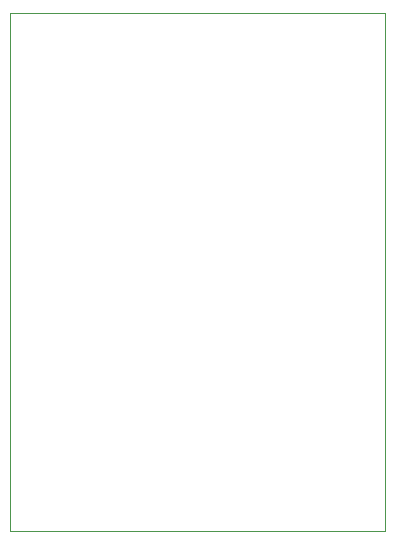
<source format=gbr>
G04 #@! TF.GenerationSoftware,KiCad,Pcbnew,5.1.5-5.1.5*
G04 #@! TF.CreationDate,2020-09-02T20:46:33-05:00*
G04 #@! TF.ProjectId,74HC597-Breakout,37344843-3539-4372-9d42-7265616b6f75,rev?*
G04 #@! TF.SameCoordinates,Original*
G04 #@! TF.FileFunction,Profile,NP*
%FSLAX46Y46*%
G04 Gerber Fmt 4.6, Leading zero omitted, Abs format (unit mm)*
G04 Created by KiCad (PCBNEW 5.1.5-5.1.5) date 2020-09-02 20:46:33*
%MOMM*%
%LPD*%
G04 APERTURE LIST*
%ADD10C,0.050000*%
G04 APERTURE END LIST*
D10*
X157480000Y-137160000D02*
X157480000Y-93345000D01*
X125730000Y-137160000D02*
X157480000Y-137160000D01*
X125730000Y-93345000D02*
X125730000Y-137160000D01*
X157480000Y-93345000D02*
X125730000Y-93345000D01*
M02*

</source>
